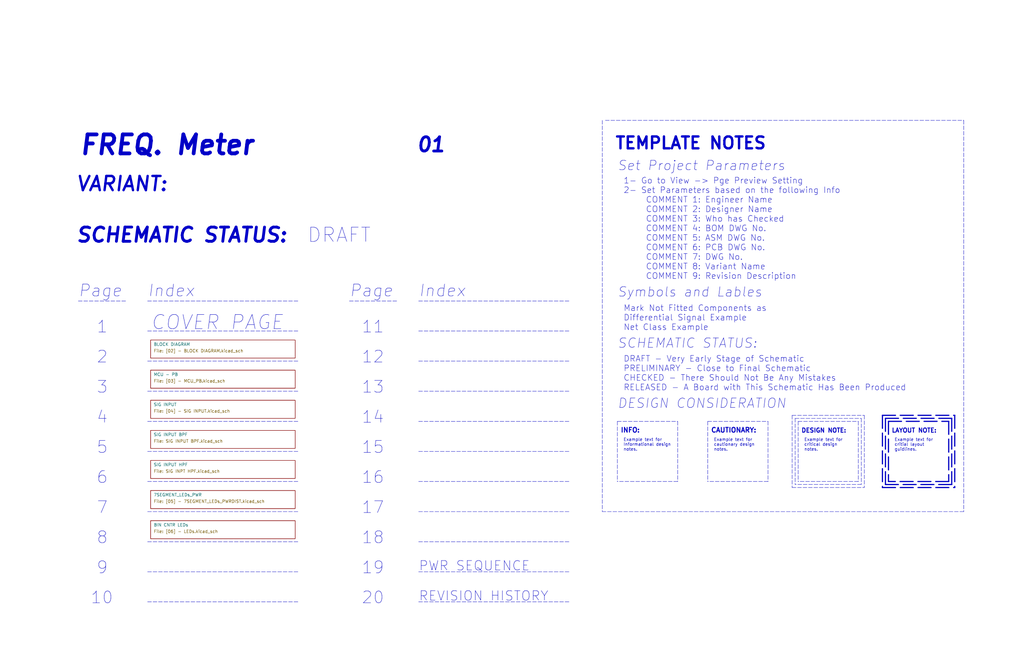
<source format=kicad_sch>
(kicad_sch (version 20211123) (generator eeschema)
  (paper "B")
  (title_block (title "FREQ. Meter") (rev "01") (company "Siavash Taher Parvar") (comment 1 "Siavash Taher Parvar") (comment 2 "Siavash Taher Parvar") (comment 3 "Siavash Taher Parvar"))
  (lib_symbols)
  (polyline (pts (xy 176.53 254) (xy 240.03 254)))
  (polyline (pts (xy 336.55 177.8) (xy 336.55 203.2)))
  (polyline (pts (xy 176.53 215.9) (xy 240.03 215.9)))
  (polyline (pts (xy 62.23 190.5) (xy 125.73 190.5)))
  (polyline (pts (xy 363.22 204.47) (xy 335.28 204.47)))
  (polyline (pts (xy 335.28 176.53) (xy 335.28 204.47)))
  (polyline (pts (xy 364.49 175.26) (xy 364.49 205.74)))
  (polyline (pts (xy 62.23 127) (xy 125.73 127)))
  (polyline (pts (xy 176.53 228.6) (xy 240.03 228.6)))
  (polyline (pts (xy 374.65 177.8) (xy 400.05 177.8)) (stroke (width 0.5)))
  (polyline (pts (xy 62.23 139.7) (xy 125.73 139.7)))
  (polyline (pts (xy 400.05 203.2) (xy 374.65 203.2)) (stroke (width 0.5)))
  (polyline (pts (xy 372.11 175.26) (xy 372.11 205.74)) (stroke (width 0.5)))
  (polyline (pts (xy 176.53 177.8) (xy 240.03 177.8)))
  (polyline (pts (xy 298.45 177.8) (xy 298.45 203.2)))
  (polyline (pts (xy 176.53 190.5) (xy 240.03 190.5)))
  (polyline (pts (xy 176.53 127) (xy 240.03 127)))
  (polyline (pts (xy 363.22 176.53) (xy 363.22 204.47)))
  (polyline (pts (xy 406.4 215.9) (xy 254 215.9)))
  (polyline (pts (xy 62.23 177.8) (xy 125.73 177.8)))
  (polyline (pts (xy 260.35 177.8) (xy 285.75 177.8)))
  (polyline (pts (xy 361.95 203.2) (xy 336.55 203.2)))
  (polyline (pts (xy 361.95 177.8) (xy 361.95 203.2)))
  (polyline (pts (xy 334.01 175.26) (xy 364.49 175.26)))
  (polyline (pts (xy 260.35 177.8) (xy 260.35 203.2)))
  (polyline (pts (xy 62.23 215.9) (xy 125.73 215.9)))
  (polyline (pts (xy 62.23 152.4) (xy 125.73 152.4)))
  (polyline (pts (xy 374.65 177.8) (xy 374.65 203.2)) (stroke (width 0.5)))
  (polyline (pts (xy 323.85 203.2) (xy 298.45 203.2)))
  (polyline (pts (xy 335.28 176.53) (xy 363.22 176.53)))
  (polyline (pts (xy 62.23 203.2) (xy 125.73 203.2)))
  (polyline (pts (xy 62.23 165.1) (xy 125.73 165.1)))
  (polyline (pts (xy 372.11 205.74) (xy 402.59 205.74)) (stroke (width 0.5)))
  (polyline (pts (xy 334.01 175.26) (xy 334.01 205.74)))
  (polyline (pts (xy 401.32 176.53) (xy 401.32 204.47)) (stroke (width 0.5)))
  (polyline (pts (xy 373.38 176.53) (xy 373.38 204.47)) (stroke (width 0.5)))
  (polyline (pts (xy 373.38 176.53) (xy 401.32 176.53)) (stroke (width 0.5)))
  (polyline (pts (xy 402.59 175.26) (xy 402.59 205.74)) (stroke (width 0.5)))
  (polyline (pts (xy 33.02 127) (xy 53.34 127)))
  (polyline (pts (xy 285.75 177.8) (xy 285.75 203.2)))
  (polyline (pts (xy 62.23 254) (xy 125.73 254)))
  (polyline (pts (xy 147.32 127) (xy 167.64 127)))
  (polyline (pts (xy 254 50.8) (xy 254 215.9)))
  (polyline (pts (xy 298.45 177.8) (xy 323.85 177.8)))
  (polyline (pts (xy 336.55 177.8) (xy 361.95 177.8)))
  (polyline (pts (xy 62.23 241.3) (xy 125.73 241.3)))
  (polyline (pts (xy 285.75 203.2) (xy 260.35 203.2)))
  (polyline (pts (xy 372.11 175.26) (xy 402.59 175.26)) (stroke (width 0.5)))
  (polyline (pts (xy 334.01 205.74) (xy 364.49 205.74)))
  (polyline (pts (xy 62.23 228.6) (xy 125.73 228.6)))
  (polyline (pts (xy 323.85 177.8) (xy 323.85 203.2)))
  (polyline (pts (xy 401.32 204.47) (xy 373.38 204.47)) (stroke (width 0.5)))
  (polyline (pts (xy 176.53 203.2) (xy 240.03 203.2)))
  (polyline (pts (xy 176.53 165.1) (xy 240.03 165.1)))
  (polyline (pts (xy 406.4 50.8) (xy 406.4 215.9)))
  (polyline (pts (xy 255.27 50.8) (xy 406.4 50.8)))
  (polyline (pts (xy 176.53 139.7) (xy 240.03 139.7)))
  (polyline (pts (xy 176.53 241.3) (xy 240.03 241.3)))
  (polyline (pts (xy 176.53 152.4) (xy 240.03 152.4)))
  (polyline (pts (xy 400.05 177.8) (xy 400.05 203.2)) (stroke (width 0.5)))
  (text "${TITLE}" (at 33.02 66.04 0) (effects (font (size 8 8) (thickness 1.6) bold italic) (justify left bottom)))
  (text "15" (at 152.4 191.77 0) (effects (font (size 5 5)) (justify left bottom)))
  (text "SCHEMATIC STATUS:" (at 260.35 147.32 0) (effects (font (size 4 4) italic) (justify left bottom)))
  (text "18" (at 152.4 229.87 0) (effects (font (size 5 5)) (justify left bottom)))
  (text "14" (at 152.4 179.07 0) (effects (font (size 5 5)) (justify left bottom)))
  (text "Example text for\nInformational design\nnotes." (at 262.89 190.5 0) (effects (font (size 1.27 1.27)) (justify left bottom)))
  (text "20" (at 152.4 255.27 0) (effects (font (size 5 5)) (justify left bottom)))
  (text "Index" (at 62.23 125.73 0) (effects (font (size 5 5) italic) (justify left bottom)))
  (text "6" (at 40.64 204.47 0) (effects (font (size 5 5)) (justify left bottom)))
  (text "DESIGN CONSIDERATION" (at 260.35 172.72 0) (effects (font (size 4 4) italic) (justify left bottom)))
  (text "9" (at 40.64 242.57 0) (effects (font (size 5 5)) (justify left bottom)))
  (text "1- Go to View -> Pge Preview Setting\n2- Set Parameters based on the following Info\n	COMMENT 1: Engineer Name\n	COMMENT 2: Designer Name\n	COMMENT 3: Who has Checked\n	COMMENT 4: BOM DWG No.\n	COMMENT 5: ASM DWG No.\n	COMMENT 6: PCB DWG No.\n	COMMENT 7: DWG No.\n	COMMENT 8: Variant Name\n	COMMENT 9: Revision Description " (at 262.89 118.11 0) (effects (font (size 2.5 2.5)) (justify left bottom)))
  (text "Example text for\ncautionary design\nnotes." (at 300.99 190.5 0) (effects (font (size 1.27 1.27)) (justify left bottom)))
  (text "10" (at 38.1 255.27 0) (effects (font (size 5 5)) (justify left bottom)))
  (text "1" (at 40.64 140.97 0) (effects (font (size 5 5)) (justify left bottom)))
  (text "Example text for\ncritical design \nnotes." (at 339.09 190.5 0) (effects (font (size 1.27 1.27)) (justify left bottom)))
  (text "DRAFT" (at 129.54 102.87 0) (effects (font (size 6 6)) (justify left bottom)))
  (text "Example text for\ncritial layout\nguidlines." (at 377.19 190.5 0) (effects (font (size 1.27 1.27)) (justify left bottom)))
  (text "12" (at 152.4 153.67 0) (effects (font (size 5 5)) (justify left bottom)))
  (text "CAUTIONARY:" (at 299.72 182.88 0) (effects (font (size 2 2) bold) (justify left bottom)))
  (text "17" (at 152.4 217.17 0) (effects (font (size 5 5)) (justify left bottom)))
  (text "Page" (at 33.02 125.73 0) (effects (font (size 5 5) italic) (justify left bottom)))
  (text "VARIANT: ${COMMENT8}" (at 31.75 81.28 0) (effects (font (size 6 6) (thickness 1) bold italic) (justify left bottom)))
  (text "PWR SEQUENCE" (at 176.53 241.3 0) (effects (font (size 4 4)) (justify left bottom)))
  (text "${REVISION}" (at 175.26 64.77 0) (effects (font (size 6 6) bold italic) (justify left bottom)))
  (text "11" (at 152.4 140.97 0) (effects (font (size 5 5)) (justify left bottom)))
  (text "REVISION HISTORY" (at 176.53 254 0) (effects (font (size 4 4)) (justify left bottom)))
  (text "16" (at 152.4 204.47 0) (effects (font (size 5 5)) (justify left bottom)))
  (text "13" (at 152.4 166.37 0) (effects (font (size 5 5)) (justify left bottom)))
  (text "LAYOUT NOTE:" (at 375.92 182.88 0) (effects (font (size 1.8 1.8) bold) (justify left bottom)))
  (text "19" (at 152.4 242.57 0) (effects (font (size 5 5)) (justify left bottom)))
  (text "2\n" (at 40.64 153.67 0) (effects (font (size 5 5)) (justify left bottom)))
  (text "3" (at 40.64 166.37 0) (effects (font (size 5 5)) (justify left bottom)))
  (text "INFO:" (at 261.62 182.88 0) (effects (font (size 2 2) (thickness 0.4) bold) (justify left bottom)))
  (text "TEMPLATE NOTES" (at 259.08 63.5 0) (effects (font (size 5 5) bold) (justify left bottom)))
  (text "DRAFT - Very Early Stage of Schematic\nPRELIMINARY - Close to Final Schematic\nCHECKED - There Should Not Be Any Mistakes\nRELEASED - A Board with This Schematic Has Been Produced" (at 262.89 165.1 0) (effects (font (size 2.5 2.5)) (justify left bottom)))
  (text "Page" (at 147.32 125.73 0) (effects (font (size 5 5) italic) (justify left bottom)))
  (text "8" (at 40.64 229.87 0) (effects (font (size 5 5)) (justify left bottom)))
  (text "DESIGN NOTE:" (at 337.82 182.88 0) (effects (font (size 1.8 1.8) bold) (justify left bottom)))
  (text "7" (at 40.64 217.17 0) (effects (font (size 5 5)) (justify left bottom)))
  (text "SCHEMATIC STATUS: " (at 31.75 102.87 0) (effects (font (size 6 6) (thickness 1.2) bold italic) (justify left bottom)))
  (text "${ISSUE_DATE}" (at 175.26 81.28 0) (effects (font (size 6 6) bold) (justify left bottom)))
  (text "5" (at 40.64 191.77 0) (effects (font (size 5 5)) (justify left bottom)))
  (text "Set Project Parameters" (at 260.35 72.39 0) (effects (font (size 4 4) italic) (justify left bottom)))
  (text "Index" (at 176.53 125.73 0) (effects (font (size 5 5) italic) (justify left bottom)))
  (text "Mark Not Fitted Components as\nDifferential Signal Example\nNet Class Example" (at 262.89 139.7 0) (effects (font (size 2.5 2.5)) (justify left bottom)))
  (text "COVER PAGE" (at 63.5 139.7 0) (effects (font (size 6 6) italic) (justify left bottom)))
  (text "4" (at 40.64 179.07 0) (effects (font (size 5 5)) (justify left bottom)))
  (text "Symbols and Lables" (at 260.35 125.73 0) (effects (font (size 4 4) italic) (justify left bottom)))
  (sheet (at 63.5 143.51) (size 60.96 7.62) (stroke (width 0.1524))
    (property "Sheet name" "BLOCK DIAGRAM" (at 64.77 146.05 0) (effects (justify left bottom)))
    (property "Sheet file" "[02] - BLOCK DIAGRAM.kicad_sch" (at 64.77 147.32 0) (effects (justify left top)))
  )
  (sheet (at 63.5 181.61) (size 60.96 7.62) (stroke (width 0.1524))
    (property "Sheet name" "SIG INPUT BPF" (at 64.77 184.15 0) (effects (justify left bottom)))
    (property "Sheet file" "SIG INPUT BPF.kicad_sch" (at 64.77 185.42 0) (effects (justify left top)))
  )
  (sheet (at 63.5 168.91) (size 60.96 7.62) (stroke (width 0.1524))
    (property "Sheet name" "SIG INPUT" (at 64.77 171.45 0) (effects (justify left bottom)))
    (property "Sheet file" "[04] - SIG INPUT.kicad_sch" (at 64.77 172.72 0) (effects (justify left top)))
  )
  (sheet (at 63.5 194.31) (size 60.96 7.62) (stroke (width 0.1524))
    (property "Sheet name" "SIG INPUT HPF" (at 64.77 196.85 0) (effects (justify left bottom)))
    (property "Sheet file" "SIG INPT HPF.kicad_sch" (at 64.77 198.12 0) (effects (justify left top)))
  )
  (sheet (at 63.5 156.21) (size 60.96 7.62) (stroke (width 0.1524))
    (property "Sheet name" "MCU - PB" (at 64.77 158.75 0) (effects (justify left bottom)))
    (property "Sheet file" "[03] - MCU_PB.kicad_sch" (at 64.77 160.02 0) (effects (justify left top)))
  )
  (sheet (at 63.5 207.01) (size 60.96 7.62) (stroke (width 0.1524))
    (property "Sheet name" "7SEGMENT_LEDs_PWR" (at 64.77 209.55 0) (effects (justify left bottom)))
    (property "Sheet file" "[05] - 7SEGMENT_LEDs_PWRDIST.kicad_sch" (at 64.77 210.82 0) (effects (justify left top)))
  )
  (sheet (at 63.5 219.71) (size 60.96 7.62) (stroke (width 0.1524))
    (property "Sheet name" "BIN CNTR LEDs" (at 64.77 222.25 0) (effects (justify left bottom)))
    (property "Sheet file" "[06] - LEDs.kicad_sch" (at 64.77 223.52 0) (effects (justify left top)))
  )
)
</source>
